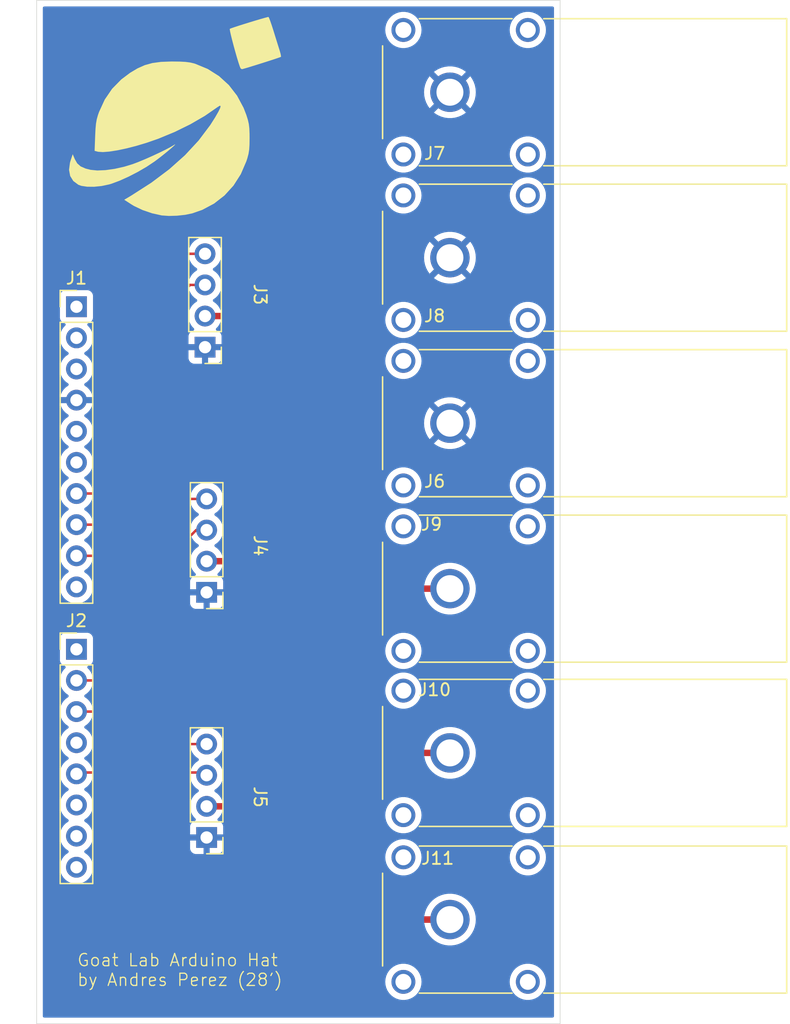
<source format=kicad_pcb>
(kicad_pcb (version 20240108) (generator "pcbnew") (generator_version "8.0")
  (layers (0 "F.Cu" signal) (31 "B.Cu" signal) (34 "B.Paste" user) (35 "F.Paste" user) (36 "B.SilkS" user "B.Silkscreen") (37 "F.SilkS" user "F.Silkscreen") (38 "B.Mask" user) (39 "F.Mask" user) (44 "Edge.Cuts" user))
  (net 0 "")
  (net 3 "/IN2_X")
  (net 5 "/IN2_Y")
  (net 7 "GND")
  (net 8 "/IN1_X")
  (net 11 "/IN1_Z")
  (net 16 "/IN1_Y")
  (net 18 "/IN2_Z")
  (net 19 "/VM_X")
  (net 20 "/VM_Y")
  (net 21 "/VM_Z")
  (footprint "my_custom:POMONA_73099-0" (layer "F.Cu") (at 101 103.5)
    (property "Reference" "J9" (at -1.5 -5.25 0) (layer "F.SilkS"))
    (property "Value" "73099-0")
    (fp_line (start -5.5 -3.78) (end -5.5 3.78) (stroke (width 0.127)) (layer "F.SilkS"))
    (fp_line (start -2.5 -6) (end 5.07 -6) (stroke (width 0.127)) (layer "F.SilkS"))
    (fp_line (start -2.5 6) (end 5.07 6) (stroke (width 0.127)) (layer "F.SilkS"))
    (fp_line (start 7.66 6) (end 27.5 6) (stroke (width 0.127)) (layer "F.SilkS"))
    (fp_line (start 27.5 -6) (end 7.66 -6) (stroke (width 0.127)) (layer "F.SilkS"))
    (fp_line (start 27.5 6) (end 27.5 -6) (stroke (width 0.127)) (layer "F.SilkS"))
    (pad "1" thru_hole circle (at 0 0) (size 3.216 3.216) (drill 2.2) (layers "*.Cu" "*.Mask") (net 19 "/VM_X"))
    (pad "S1" thru_hole circle (at -3.8 5.08) (size 1.95 1.95) (drill 1.3) (layers "*.Cu" "*.Mask"))
    (pad "S2" thru_hole circle (at -3.8 -5.08) (size 1.95 1.95) (drill 1.3) (layers "*.Cu" "*.Mask"))
    (pad "S3" thru_hole circle (at 6.36 -5.08) (size 1.95 1.95) (drill 1.3) (layers "*.Cu" "*.Mask"))
    (pad "S4" thru_hole circle (at 6.36 5.08) (size 1.95 1.95) (drill 1.3) (layers "*.Cu" "*.Mask"))
  )
  (footprint "Connector_PinHeader_2.54mm:PinHeader_1x04_P2.54mm_Vertical" (layer "F.Cu") (at 81.13 123.8 180)
    (property "Reference" "J5" (at -4.37 3.3 -90) (layer "F.SilkS"))
    (property "Value" "Conn_01x04_Pin")
    (fp_line (start 1.33 1.27) (end 1.33 8.95) (stroke (width 0.12)) (layer "F.SilkS"))
    (fp_line (start -1.33 8.95) (end 1.33 8.95) (stroke (width 0.12)) (layer "F.SilkS"))
    (fp_line (start -1.33 1.27) (end 1.33 1.27) (stroke (width 0.12)) (layer "F.SilkS"))
    (fp_line (start -1.33 1.27) (end -1.33 8.95) (stroke (width 0.12)) (layer "F.SilkS"))
    (fp_line (start -1.33 0) (end -1.33 -1.33) (stroke (width 0.12)) (layer "F.SilkS"))
    (fp_line (start -1.33 -1.33) (end 0 -1.33) (stroke (width 0.12)) (layer "F.SilkS"))
    (pad "1" thru_hole rect (at 0 0 180) (size 1.7 1.7) (drill 1) (layers "*.Cu" "*.Mask") (net 7 "GND"))
    (pad "2" thru_hole oval (at 0 2.54 180) (size 1.7 1.7) (drill 1) (layers "*.Cu" "*.Mask") (net 21 "/VM_Z"))
    (pad "3" thru_hole oval (at 0 5.08 180) (size 1.7 1.7) (drill 1) (layers "*.Cu" "*.Mask") (net 11 "/IN1_Z"))
    (pad "4" thru_hole oval (at 0 7.62 180) (size 1.7 1.7) (drill 1) (layers "*.Cu" "*.Mask") (net 18 "/IN2_Z"))
  )
  (footprint "my_custom:POMONA_73099-0" (layer "F.Cu") (at 101 90)
    (property "Reference" "J6" (at -1.25 4.75 0) (layer "F.SilkS"))
    (property "Value" "73099-0")
    (fp_line (start -5.5 -3.78) (end -5.5 3.78) (stroke (width 0.127)) (layer "F.SilkS"))
    (fp_line (start -2.5 -6) (end 5.07 -6) (stroke (width 0.127)) (layer "F.SilkS"))
    (fp_line (start -2.5 6) (end 5.07 6) (stroke (width 0.127)) (layer "F.SilkS"))
    (fp_line (start 7.66 6) (end 27.5 6) (stroke (width 0.127)) (layer "F.SilkS"))
    (fp_line (start 27.5 -6) (end 7.66 -6) (stroke (width 0.127)) (layer "F.SilkS"))
    (fp_line (start 27.5 6) (end 27.5 -6) (stroke (width 0.127)) (layer "F.SilkS"))
    (pad "1" thru_hole circle (at 0 0) (size 3.216 3.216) (drill 2.2) (layers "*.Cu" "*.Mask") (net 7 "GND"))
    (pad "S1" thru_hole circle (at -3.8 5.08) (size 1.95 1.95) (drill 1.3) (layers "*.Cu" "*.Mask"))
    (pad "S2" thru_hole circle (at -3.8 -5.08) (size 1.95 1.95) (drill 1.3) (layers "*.Cu" "*.Mask"))
    (pad "S3" thru_hole circle (at 6.36 -5.08) (size 1.95 1.95) (drill 1.3) (layers "*.Cu" "*.Mask"))
    (pad "S4" thru_hole circle (at 6.36 5.08) (size 1.95 1.95) (drill 1.3) (layers "*.Cu" "*.Mask"))
  )
  (footprint "IrishSat_Logo:IrishSat-Logo-inverted" (layer "F.Cu") (at 78.5 65)
    (property "Reference" "G***" (at 0 0 0) (layer "F.SilkS") (effects (font (size 1.5 1.5) (thickness 0.3))))
    (property "Value" "LOGO" (hide yes))
    (fp_poly (pts (xy 0.056223 2.276073) (xy -0.054278 2.386617) (xy -0.251001 2.561685) (xy -0.512071 2.7826) (xy -0.815611 3.03068) (xy -1.139744 3.287247) (xy -1.462595 3.533621) (xy -1.634343 3.659934) (xy -2.268481 4.08166) (xy -2.989366 4.500021) (xy -3.742563 4.887603) (xy -4.473634 5.216992) (xy -5.128142 5.460774) (xy -5.330112 5.52109) (xy -5.940405 5.650095) (xy -6.556292 5.712976) (xy -7.127019 5.709148) (xy -7.601835 5.638028) (xy -7.84578 5.55004) (xy -8.259076 5.243015) (xy -8.514043 4.831826) (xy -8.606279 4.330211) (xy -8.531382 3.751905) (xy -8.478717 3.574656) (xy -8.306521 3.056222) (xy -8.134893 3.460337) (xy -7.937442 3.80296) (xy -7.658001 4.049094) (xy -7.25641 4.225861) (xy -6.847216 4.329998) (xy -6.299924 4.383978) (xy -5.62702 4.355002) (xy -4.875026 4.24936) (xy -4.090464 4.073337) (xy -3.411244 3.865627) (xy -2.959462 3.695194) (xy -2.421659 3.472061) (xy -1.843412 3.217261) (xy -1.270296 2.951824) (xy -0.747889 2.696783) (xy -0.321765 2.47317) (xy -0.068948 2.323281) (xy 0.058625 2.248735)) (fill solid) (layer "F.SilkS"))
    (fp_poly (pts (xy 7.731704 -8.056519) (xy 7.824078 -7.819228) (xy 7.946055 -7.467163) (xy 8.084766 -7.035851) (xy 8.094528 -7.004389) (xy 8.247632 -6.511002) (xy 8.395387 -6.036923) (xy 8.519825 -5.639688) (xy 8.596055 -5.39849) (xy 8.673029 -5.12378) (xy 8.706283 -4.934168) (xy 8.700183 -4.886951) (xy 8.598894 -4.845891) (xy 8.349482 -4.760123) (xy 7.989301 -4.641442) (xy 7.555708 -4.501641) (xy 7.086056 -4.352513) (xy 6.617701 -4.205852) (xy 6.187998 -4.073452) (xy 5.834301 -3.967107) (xy 5.593967 -3.898609) (xy 5.507439 -3.87895) (xy 5.402515 -3.946267) (xy 5.400002 -3.950572) (xy 5.329942 -4.121659) (xy 5.229104 -4.425675) (xy 5.107683 -4.825251) (xy 4.975873 -5.283018) (xy 4.84387 -5.761607) (xy 4.721868 -6.223651) (xy 4.620061 -6.631778) (xy 4.548646 -6.948622) (xy 4.517816 -7.136812) (xy 4.521286 -7.171495) (xy 4.631228 -7.218203) (xy 4.889067 -7.307399) (xy 5.256549 -7.427318) (xy 5.695423 -7.566196) (xy 6.167435 -7.712269) (xy 6.634334 -7.853772) (xy 7.057866 -7.97894) (xy 7.39978 -8.07601) (xy 7.621824 -8.133216) (xy 7.681807 -8.143511)) (fill solid) (layer "F.SilkS"))
    (fp_poly (pts (xy 0.424385 -4.50072) (xy 0.896658 -4.475736) (xy 1.270377 -4.428414) (xy 1.592991 -4.354105) (xy 1.696565 -4.322793) (xy 2.725842 -3.897142) (xy 3.645571 -3.315006) (xy 4.445993 -2.586139) (xy 5.117349 -1.720301) (xy 5.649879 -0.727246) (xy 5.874968 -0.14542) (xy 5.996661 0.241264) (xy 6.074592 0.58189) (xy 6.117958 0.942457) (xy 6.135955 1.388962) (xy 6.138407 1.745038) (xy 6.131687 2.279902) (xy 6.105395 2.68716) (xy 6.050335 3.032822) (xy 5.957313 3.382898) (xy 5.875054 3.635496) (xy 5.423022 4.684957) (xy 4.824777 5.617595) (xy 4.092499 6.421704) (xy 3.238369 7.085579) (xy 2.27457 7.597512) (xy 1.454199 7.883898) (xy 0.874678 8.002754) (xy 0.210343 8.074348) (xy -0.451258 8.092921) (xy -1.022571 8.052715) (xy -1.050025 8.048623) (xy -1.828254 7.876303) (xy -2.603608 7.611141) (xy -3.295898 7.282324) (xy -3.511454 7.152629) (xy -4.099469 6.772576) (xy -3.52817 6.432341) (xy -1.882694 5.377397) (xy -0.4212 4.280581) (xy 0.8629 3.135759) (xy 1.976194 1.9368) (xy 2.925271 0.677572) (xy 3.318447 0.059903) (xy 3.584801 -0.402479) (xy 3.736087 -0.713445) (xy 3.773227 -0.876953) (xy 3.697141 -0.896962) (xy 3.514313 -0.781697) (xy 2.485491 -0.070457) (xy 1.308245 0.610715) (xy 0.02791 1.239031) (xy -1.310183 1.791705) (xy -2.268312 2.12501) (xy -3.11201 2.377084) (xy -3.91876 2.584041) (xy -4.660634 2.740801) (xy -5.309704 2.842281) (xy -5.838043 2.883401) (xy -6.217723 2.859079) (xy -6.255954 2.850533) (xy -6.517519 2.784885) (xy -6.472485 1.562099) (xy -6.445152 0.994827) (xy -6.405076 0.563036) (xy -6.342831 0.208341) (xy -6.248991 -0.127641) (xy -6.157666 -0.387786) (xy -5.691479 -1.401653) (xy -5.090178 -2.281575) (xy -4.340187 -3.044683) (xy -3.62721 -3.580461) (xy -3.011483 -3.948963) (xy -2.417962 -4.212013) (xy -1.795022 -4.383556) (xy -1.091039 -4.477539) (xy -0.254388 -4.50791) (xy -0.193893 -4.508015)) (fill solid) (layer "F.SilkS"))
  )
  (footprint "my_custom:POMONA_73099-0" (layer "F.Cu") (at 101 63)
    (property "Reference" "J7" (at -1.25 5 0) (layer "F.SilkS"))
    (property "Value" "73099-0")
    (fp_line (start -5.5 -3.78) (end -5.5 3.78) (stroke (width 0.127)) (layer "F.SilkS"))
    (fp_line (start -2.5 -6) (end 5.07 -6) (stroke (width 0.127)) (layer "F.SilkS"))
    (fp_line (start -2.5 6) (end 5.07 6) (stroke (width 0.127)) (layer "F.SilkS"))
    (fp_line (start 7.66 6) (end 27.5 6) (stroke (width 0.127)) (layer "F.SilkS"))
    (fp_line (start 27.5 -6) (end 7.66 -6) (stroke (width 0.127)) (layer "F.SilkS"))
    (fp_line (start 27.5 6) (end 27.5 -6) (stroke (width 0.127)) (layer "F.SilkS"))
    (pad "1" thru_hole circle (at 0 0) (size 3.216 3.216) (drill 2.2) (layers "*.Cu" "*.Mask") (net 7 "GND"))
    (pad "S1" thru_hole circle (at -3.8 5.08) (size 1.95 1.95) (drill 1.3) (layers "*.Cu" "*.Mask"))
    (pad "S2" thru_hole circle (at -3.8 -5.08) (size 1.95 1.95) (drill 1.3) (layers "*.Cu" "*.Mask"))
    (pad "S3" thru_hole circle (at 6.36 -5.08) (size 1.95 1.95) (drill 1.3) (layers "*.Cu" "*.Mask"))
    (pad "S4" thru_hole circle (at 6.36 5.08) (size 1.95 1.95) (drill 1.3) (layers "*.Cu" "*.Mask"))
  )
  (footprint "Connector_PinHeader_2.54mm:PinHeader_1x04_P2.54mm_Vertical" (layer "F.Cu") (at 81.13 103.8 180)
    (property "Reference" "J4" (at -4.37 3.8 -90) (layer "F.SilkS"))
    (property "Value" "Conn_01x04_Pin")
    (fp_line (start 1.33 1.27) (end 1.33 8.95) (stroke (width 0.12)) (layer "F.SilkS"))
    (fp_line (start -1.33 8.95) (end 1.33 8.95) (stroke (width 0.12)) (layer "F.SilkS"))
    (fp_line (start -1.33 1.27) (end 1.33 1.27) (stroke (width 0.12)) (layer "F.SilkS"))
    (fp_line (start -1.33 1.27) (end -1.33 8.95) (stroke (width 0.12)) (layer "F.SilkS"))
    (fp_line (start -1.33 0) (end -1.33 -1.33) (stroke (width 0.12)) (layer "F.SilkS"))
    (fp_line (start -1.33 -1.33) (end 0 -1.33) (stroke (width 0.12)) (layer "F.SilkS"))
    (pad "1" thru_hole rect (at 0 0 180) (size 1.7 1.7) (drill 1) (layers "*.Cu" "*.Mask") (net 7 "GND"))
    (pad "2" thru_hole oval (at 0 2.54 180) (size 1.7 1.7) (drill 1) (layers "*.Cu" "*.Mask") (net 20 "/VM_Y"))
    (pad "3" thru_hole oval (at 0 5.08 180) (size 1.7 1.7) (drill 1) (layers "*.Cu" "*.Mask") (net 16 "/IN1_Y"))
    (pad "4" thru_hole oval (at 0 7.62 180) (size 1.7 1.7) (drill 1) (layers "*.Cu" "*.Mask") (net 5 "/IN2_Y"))
  )
  (footprint "my_custom:POMONA_73099-0" (layer "F.Cu") (at 101 116.9)
    (property "Reference" "J10" (at -1.25 -5.15 0) (layer "F.SilkS"))
    (property "Value" "73099-0")
    (fp_line (start -5.5 -3.78) (end -5.5 3.78) (stroke (width 0.127)) (layer "F.SilkS"))
    (fp_line (start -2.5 -6) (end 5.07 -6) (stroke (width 0.127)) (layer "F.SilkS"))
    (fp_line (start -2.5 6) (end 5.07 6) (stroke (width 0.127)) (layer "F.SilkS"))
    (fp_line (start 7.66 6) (end 27.5 6) (stroke (width 0.127)) (layer "F.SilkS"))
    (fp_line (start 27.5 -6) (end 7.66 -6) (stroke (width 0.127)) (layer "F.SilkS"))
    (fp_line (start 27.5 6) (end 27.5 -6) (stroke (width 0.127)) (layer "F.SilkS"))
    (pad "1" thru_hole circle (at 0 0) (size 3.216 3.216) (drill 2.2) (layers "*.Cu" "*.Mask") (net 20 "/VM_Y"))
    (pad "S1" thru_hole circle (at -3.8 5.08) (size 1.95 1.95) (drill 1.3) (layers "*.Cu" "*.Mask"))
    (pad "S2" thru_hole circle (at -3.8 -5.08) (size 1.95 1.95) (drill 1.3) (layers "*.Cu" "*.Mask"))
    (pad "S3" thru_hole circle (at 6.36 -5.08) (size 1.95 1.95) (drill 1.3) (layers "*.Cu" "*.Mask"))
    (pad "S4" thru_hole circle (at 6.36 5.08) (size 1.95 1.95) (drill 1.3) (layers "*.Cu" "*.Mask"))
  )
  (footprint "my_custom:POMONA_73099-0" (layer "F.Cu") (at 101 76.5)
    (property "Reference" "J8" (at -1.25 4.75 0) (layer "F.SilkS"))
    (property "Value" "73099-0")
    (fp_line (start -5.5 -3.78) (end -5.5 3.78) (stroke (width 0.127)) (layer "F.SilkS"))
    (fp_line (start -2.5 -6) (end 5.07 -6) (stroke (width 0.127)) (layer "F.SilkS"))
    (fp_line (start -2.5 6) (end 5.07 6) (stroke (width 0.127)) (layer "F.SilkS"))
    (fp_line (start 7.66 6) (end 27.5 6) (stroke (width 0.127)) (layer "F.SilkS"))
    (fp_line (start 27.5 -6) (end 7.66 -6) (stroke (width 0.127)) (layer "F.SilkS"))
    (fp_line (start 27.5 6) (end 27.5 -6) (stroke (width 0.127)) (layer "F.SilkS"))
    (pad "1" thru_hole circle (at 0 0) (size 3.216 3.216) (drill 2.2) (layers "*.Cu" "*.Mask") (net 7 "GND"))
    (pad "S1" thru_hole circle (at -3.8 5.08) (size 1.95 1.95) (drill 1.3) (layers "*.Cu" "*.Mask"))
    (pad "S2" thru_hole circle (at -3.8 -5.08) (size 1.95 1.95) (drill 1.3) (layers "*.Cu" "*.Mask"))
    (pad "S3" thru_hole circle (at 6.36 -5.08) (size 1.95 1.95) (drill 1.3) (layers "*.Cu" "*.Mask"))
    (pad "S4" thru_hole circle (at 6.36 5.08) (size 1.95 1.95) (drill 1.3) (layers "*.Cu" "*.Mask"))
  )
  (footprint "my_custom:POMONA_73099-0" (layer "F.Cu") (at 101 130.5)
    (property "Reference" "J11" (at -1 -5 0) (layer "F.SilkS"))
    (property "Value" "73099-0")
    (fp_line (start -5.5 -3.78) (end -5.5 3.78) (stroke (width 0.127)) (layer "F.SilkS"))
    (fp_line (start -2.5 -6) (end 5.07 -6) (stroke (width 0.127)) (layer "F.SilkS"))
    (fp_line (start -2.5 6) (end 5.07 6) (stroke (width 0.127)) (layer "F.SilkS"))
    (fp_line (start 7.66 6) (end 27.5 6) (stroke (width 0.127)) (layer "F.SilkS"))
    (fp_line (start 27.5 -6) (end 7.66 -6) (stroke (width 0.127)) (layer "F.SilkS"))
    (fp_line (start 27.5 6) (end 27.5 -6) (stroke (width 0.127)) (layer "F.SilkS"))
    (pad "1" thru_hole circle (at 0 0) (size 3.216 3.216) (drill 2.2) (layers "*.Cu" "*.Mask") (net 21 "/VM_Z"))
    (pad "S1" thru_hole circle (at -3.8 5.08) (size 1.95 1.95) (drill 1.3) (layers "*.Cu" "*.Mask"))
    (pad "S2" thru_hole circle (at -3.8 -5.08) (size 1.95 1.95) (drill 1.3) (layers "*.Cu" "*.Mask"))
    (pad "S3" thru_hole circle (at 6.36 -5.08) (size 1.95 1.95) (drill 1.3) (layers "*.Cu" "*.Mask"))
    (pad "S4" thru_hole circle (at 6.36 5.08) (size 1.95 1.95) (drill 1.3) (layers "*.Cu" "*.Mask"))
  )
  (footprint "Connector_PinHeader_2.54mm:PinHeader_1x10_P2.54mm_Vertical" (layer "F.Cu") (at 70.5 80.5)
    (property "Reference" "J1" (at 0 -2.33 0) (layer "F.SilkS"))
    (property "Value" "Conn_01x10_Pin")
    (fp_line (start -1.33 -1.33) (end 0 -1.33) (stroke (width 0.12)) (layer "F.SilkS"))
    (fp_line (start -1.33 0) (end -1.33 -1.33) (stroke (width 0.12)) (layer "F.SilkS"))
    (fp_line (start -1.33 1.27) (end -1.33 24.19) (stroke (width 0.12)) (layer "F.SilkS"))
    (fp_line (start -1.33 1.27) (end 1.33 1.27) (stroke (width 0.12)) (layer "F.SilkS"))
    (fp_line (start -1.33 24.19) (end 1.33 24.19) (stroke (width 0.12)) (layer "F.SilkS"))
    (fp_line (start 1.33 1.27) (end 1.33 24.19) (stroke (width 0.12)) (layer "F.SilkS"))
    (pad "1" thru_hole rect (at 0 0) (size 1.7 1.7) (drill 1) (layers "*.Cu" "*.Mask"))
    (pad "2" thru_hole oval (at 0 2.54) (size 1.7 1.7) (drill 1) (layers "*.Cu" "*.Mask"))
    (pad "3" thru_hole oval (at 0 5.08) (size 1.7 1.7) (drill 1) (layers "*.Cu" "*.Mask"))
    (pad "4" thru_hole oval (at 0 7.62) (size 1.7 1.7) (drill 1) (layers "*.Cu" "*.Mask") (net 7 "GND"))
    (pad "5" thru_hole oval (at 0 10.16) (size 1.7 1.7) (drill 1) (layers "*.Cu" "*.Mask"))
    (pad "6" thru_hole oval (at 0 12.7) (size 1.7 1.7) (drill 1) (layers "*.Cu" "*.Mask"))
    (pad "7" thru_hole oval (at 0 15.24) (size 1.7 1.7) (drill 1) (layers "*.Cu" "*.Mask") (net 3 "/IN2_X"))
    (pad "8" thru_hole oval (at 0 17.78) (size 1.7 1.7) (drill 1) (layers "*.Cu" "*.Mask") (net 8 "/IN1_X"))
    (pad "9" thru_hole oval (at 0 20.32) (size 1.7 1.7) (drill 1) (layers "*.Cu" "*.Mask") (net 5 "/IN2_Y"))
    (pad "10" thru_hole oval (at 0 22.86) (size 1.7 1.7) (drill 1) (layers "*.Cu" "*.Mask"))
  )
  (footprint "Connector_PinHeader_2.54mm:PinHeader_1x04_P2.54mm_Vertical" (layer "F.Cu") (at 81 83.8 180)
    (property "Reference" "J3" (at -4.5 4.3 -90) (layer "F.SilkS"))
    (property "Value" "Conn_01x04_Pin")
    (fp_line (start 1.33 1.27) (end 1.33 8.95) (stroke (width 0.12)) (layer "F.SilkS"))
    (fp_line (start -1.33 8.95) (end 1.33 8.95) (stroke (width 0.12)) (layer "F.SilkS"))
    (fp_line (start -1.33 1.27) (end 1.33 1.27) (stroke (width 0.12)) (layer "F.SilkS"))
    (fp_line (start -1.33 1.27) (end -1.33 8.95) (stroke (width 0.12)) (layer "F.SilkS"))
    (fp_line (start -1.33 0) (end -1.33 -1.33) (stroke (width 0.12)) (layer "F.SilkS"))
    (fp_line (start -1.33 -1.33) (end 0 -1.33) (stroke (width 0.12)) (layer "F.SilkS"))
    (pad "1" thru_hole rect (at 0 0 180) (size 1.7 1.7) (drill 1) (layers "*.Cu" "*.Mask") (net 7 "GND"))
    (pad "2" thru_hole oval (at 0 2.54 180) (size 1.7 1.7) (drill 1) (layers "*.Cu" "*.Mask") (net 19 "/VM_X"))
    (pad "3" thru_hole oval (at 0 5.08 180) (size 1.7 1.7) (drill 1) (layers "*.Cu" "*.Mask") (net 8 "/IN1_X"))
    (pad "4" thru_hole oval (at 0 7.62 180) (size 1.7 1.7) (drill 1) (layers "*.Cu" "*.Mask") (net 3 "/IN2_X"))
  )
  (footprint "Connector_PinHeader_2.54mm:PinHeader_1x08_P2.54mm_Vertical" (layer "F.Cu") (at 70.5 108.45)
    (property "Reference" "J2" (at 0 -2.33 0) (layer "F.SilkS"))
    (property "Value" "Conn_01x08_Pin")
    (fp_line (start -1.33 -1.33) (end 0 -1.33) (stroke (width 0.12)) (layer "F.SilkS"))
    (fp_line (start -1.33 0) (end -1.33 -1.33) (stroke (width 0.12)) (layer "F.SilkS"))
    (fp_line (start -1.33 1.27) (end -1.33 19.11) (stroke (width 0.12)) (layer "F.SilkS"))
    (fp_line (start -1.33 1.27) (end 1.33 1.27) (stroke (width 0.12)) (layer "F.SilkS"))
    (fp_line (start -1.33 19.11) (end 1.33 19.11) (stroke (width 0.12)) (layer "F.SilkS"))
    (fp_line (start 1.33 1.27) (end 1.33 19.11) (stroke (width 0.12)) (layer "F.SilkS"))
    (pad "1" thru_hole rect (at 0 0) (size 1.7 1.7) (drill 1) (layers "*.Cu" "*.Mask"))
    (pad "2" thru_hole oval (at 0 2.54) (size 1.7 1.7) (drill 1) (layers "*.Cu" "*.Mask") (net 16 "/IN1_Y"))
    (pad "3" thru_hole oval (at 0 5.08) (size 1.7 1.7) (drill 1) (layers "*.Cu" "*.Mask") (net 18 "/IN2_Z"))
    (pad "4" thru_hole oval (at 0 7.62) (size 1.7 1.7) (drill 1) (layers "*.Cu" "*.Mask"))
    (pad "5" thru_hole oval (at 0 10.16) (size 1.7 1.7) (drill 1) (layers "*.Cu" "*.Mask") (net 11 "/IN1_Z"))
    (pad "6" thru_hole oval (at 0 12.7) (size 1.7 1.7) (drill 1) (layers "*.Cu" "*.Mask"))
    (pad "7" thru_hole oval (at 0 15.24) (size 1.7 1.7) (drill 1) (layers "*.Cu" "*.Mask"))
    (pad "8" thru_hole oval (at 0 17.78) (size 1.7 1.7) (drill 1) (layers "*.Cu" "*.Mask"))
  )
  (gr_rect (start 67.25 55.5) (end 110 139) (stroke (width 0.05)) (fill none) (layer "Edge.Cuts"))
  (gr_text "Goat Lab Arduino Hat\nby Andres Perez (28')" (at 70.5 136 0) (layer "F.SilkS") (effects (font (size 1 1) (thickness 0.1)) (justify left bottom)))
  (segment (start 75.26 95.74) (end 77 94) (width 0.2) (layer "F.Cu") (net 3))
  (segment (start 77 78.68) (end 79.5 76.18) (width 0.2) (layer "F.Cu") (net 3))
  (segment (start 77 94) (end 77 78.68) (width 0.2) (layer "F.Cu") (net 3))
  (segment (start 70.76 96) (end 70.5 95.74) (width 0.2) (layer "F.Cu") (net 3))
  (segment (start 70.5 95.74) (end 75.26 95.74) (width 0.2) (layer "F.Cu") (net 3))
  (segment (start 70.62 95.74) (end 70.5 95.74) (width 0.2) (layer "F.Cu") (net 3))
  (segment (start 79.5 76.18) (end 81 76.18) (width 0.2) (layer "F.Cu") (net 3))
  (segment (start 70.62 95.74) (end 70.63 95.75) (width 0.2) (layer "F.Cu") (net 3))
  (segment (start 81.13 96.18) (end 79.82 96.18) (width 0.2) (layer "F.Cu") (net 5))
  (segment (start 79.82 96.18) (end 75.18 100.82) (width 0.2) (layer "F.Cu") (net 5))
  (segment (start 75.18 100.82) (end 70.5 100.82) (width 0.2) (layer "F.Cu") (net 5))
  (segment (start 86.05 60) (end 86.24 60.19) (width 0.2) (layer "B.Cu") (net 7))
  (segment (start 75.22 98.28) (end 70.5 98.28) (width 0.2) (layer "F.Cu") (net 8))
  (segment (start 79.78 78.72) (end 78.4 80.1) (width 0.2) (layer "F.Cu") (net 8))
  (segment (start 78.4 95.1) (end 75.22 98.28) (width 0.2) (layer "F.Cu") (net 8))
  (segment (start 81 78.72) (end 79.78 78.72) (width 0.2) (layer "F.Cu") (net 8))
  (segment (start 78.4 80.1) (end 78.4 95.1) (width 0.2) (layer "F.Cu") (net 8))
  (segment (start 81.13 118.72) (end 80.91 118.5) (width 0.2) (layer "F.Cu") (net 11))
  (segment (start 80.91 118.5) (end 70.61 118.5) (width 0.2) (layer "F.Cu") (net 11))
  (segment (start 70.61 118.5) (end 70.5 118.61) (width 0.2) (layer "F.Cu") (net 11))
  (segment (start 80.28 98.72) (end 78.5 100.5) (width 0.2) (layer "F.Cu") (net 16))
  (segment (start 78.5 104.5) (end 72.01 110.99) (width 0.2) (layer "F.Cu") (net 16))
  (segment (start 72.01 110.99) (end 70.5 110.99) (width 0.2) (layer "F.Cu") (net 16))
  (segment (start 78.5 100.5) (end 78.5 104.5) (width 0.2) (layer "F.Cu") (net 16))
  (segment (start 81.13 98.72) (end 80.28 98.72) (width 0.2) (layer "F.Cu") (net 16))
  (segment (start 72.03 113.53) (end 70.5 113.53) (width 0.2) (layer "F.Cu") (net 18))
  (segment (start 74.68 116.18) (end 72.03 113.53) (width 0.2) (layer "F.Cu") (net 18))
  (segment (start 81.13 116.18) (end 74.68 116.18) (width 0.2) (layer "F.Cu") (net 18))
  (segment (start 83.5 92) (end 95 103.5) (width 0.525491) (layer "F.Cu") (net 19))
  (segment (start 82.76 81.26) (end 83.5 82) (width 0.525491) (layer "F.Cu") (net 19))
  (segment (start 81 81.26) (end 82.76 81.26) (width 0.525491) (layer "F.Cu") (net 19))
  (segment (start 95 103.5) (end 101 103.5) (width 0.525491) (layer "F.Cu") (net 19))
  (segment (start 83.5 82) (end 83.5 92) (width 0.525491) (layer "F.Cu") (net 19))
  (segment (start 83.5 102) (end 82.76 101.26) (width 0.525491) (layer "F.Cu") (net 20))
  (segment (start 82.76 101.26) (end 81.13 101.26) (width 0.525491) (layer "F.Cu") (net 20))
  (segment (start 94.9 116.9) (end 101 116.9) (width 0.525491) (layer "F.Cu") (net 20))
  (segment (start 83.5 105.5) (end 94.9 116.9) (width 0.525491) (layer "F.Cu") (net 20))
  (segment (start 83.5 102) (end 83.5 105.5) (width 0.525491) (layer "F.Cu") (net 20))
  (segment (start 101 130.5) (end 98.5 130.5) (width 0.525491) (layer "F.Cu") (net 21))
  (segment (start 94.5 127.5) (end 94.5 123) (width 0.525491) (layer "F.Cu") (net 21))
  (segment (start 97.5 130.5) (end 94.5 127.5) (width 0.525491) (layer "F.Cu") (net 21))
  (segment (start 92.76 121.26) (end 81.13 121.26) (width 0.525491) (layer "F.Cu") (net 21))
  (segment (start 101 130.5) (end 97.5 130.5) (width 0.525491) (layer "F.Cu") (net 21))
  (segment (start 94.5 123) (end 92.76 121.26) (width 0.525491) (layer "F.Cu") (net 21))
  (zone (net 7) (net_name "GND") (layer "B.Cu") (connect_pads (clearance 0.5)) (min_thickness 0.25) (fill yes (thermal_gap 0.5) (thermal_bridge_width 0.5))
    (polygon (pts (xy 67.25 55.5) (xy 110 55.5) (xy 110 139) (xy 67.25 139)))
  )
)
</source>
